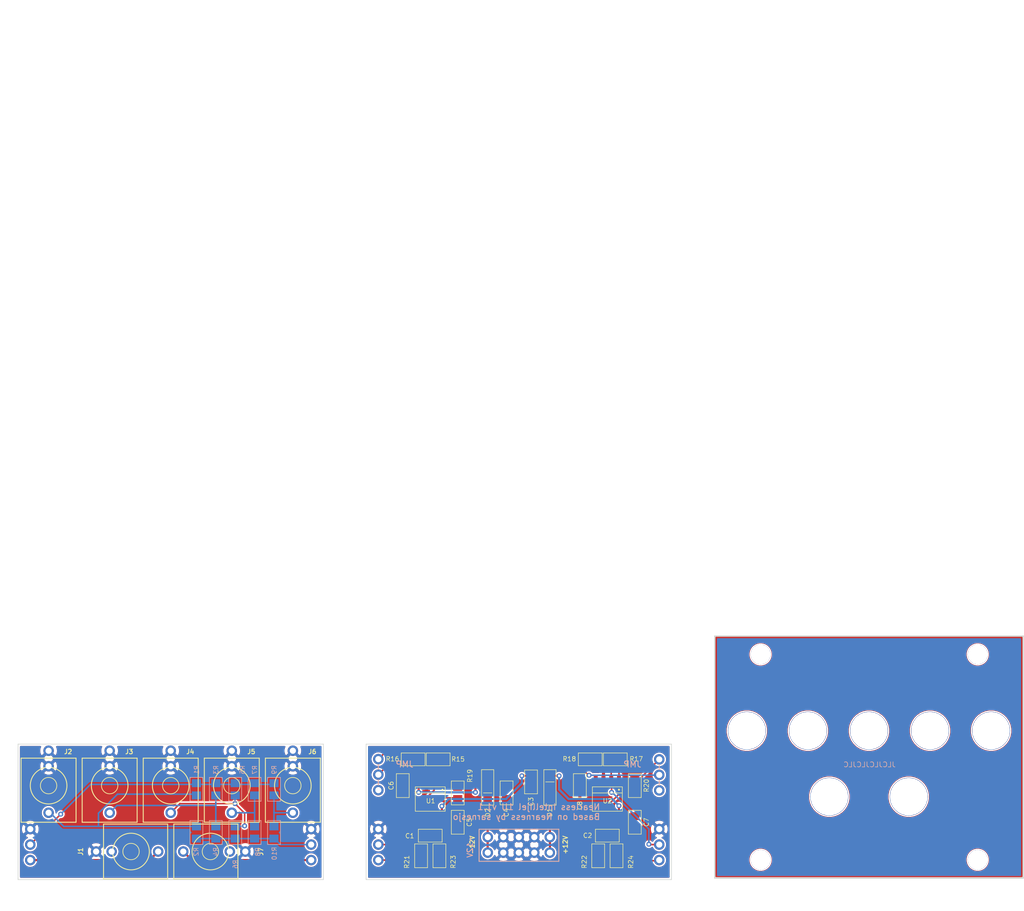
<source format=kicad_pcb>
(kicad_pcb (version 20171130) (host pcbnew "(5.1.8)-1")
  (layers (0 F.Cu signal) (31 B.Cu signal) (34 B.Paste user) (35 F.Paste user) (36 B.SilkS user) (37 F.SilkS user) (38 B.Mask user) (39 F.Mask user) (44 Edge.Cuts user))
  (net 0 "")
  (net 1 "Net-(C1-Pad2)")
  (net 2 "Net-(C1-Pad1)")
  (net 3 "Net-(C2-Pad2)")
  (net 4 "Net-(C2-Pad1)")
  (net 5 GND)
  (net 6 +12V)
  (net 7 -12V)
  (net 8 "Net-(D1-Pad2)")
  (net 9 "Net-(D2-Pad1)")
  (net 10 "Net-(J1-Pad3)")
  (net 11 "Net-(J1-Pad2)")
  (net 12 "Net-(J2-Pad3)")
  (net 13 "Net-(J3-Pad3)")
  (net 14 "Net-(J4-Pad3)")
  (net 15 "Net-(J5-Pad3)")
  (net 16 "Net-(J6-Pad3)")
  (net 17 "Net-(J7-Pad3)")
  (net 18 "Net-(J7-Pad2)")
  (net 19 "Net-(P5-Pad3)")
  (net 20 "Net-(P5-Pad2)")
  (net 21 "Net-(P5-Pad1)")
  (net 22 "Net-(P6-Pad3)")
  (net 23 "Net-(P6-Pad2)")
  (net 24 "Net-(P6-Pad1)")
  (net 25 "Net-(P8-Pad2)")
  (net 26 "Net-(P9-Pad1)")
  (net 27 "Net-(P9-Pad2)")
  (net 28 "Net-(P10-Pad2)")
  (net 29 "Net-(P11-Pad2)")
  (net 30 "Net-(P11-Pad3)")
  (module nearness:MountingHole_6.2mm (layer F.Cu) (at 179.85 37.8)
    (fp_text reference JACK hide)
    (fp_text value MonoJackHole)
    (pad "" np_thru_hole circle (at 0 0) (size 6.2 6.2) (drill 6.1) (layers *.Cu *.Mask))
  )
  (module nearness:MountingHole_6.2mm (layer F.Cu) (at 189.85 37.8)
    (fp_text reference JACK hide)
    (fp_text value MonoJackHole)
    (pad "" np_thru_hole circle (at 0 0) (size 6.2 6.2) (drill 6.1) (layers *.Cu *.Mask))
  )
  (module nearness:MountingHole_6.2mm (layer F.Cu) (at 186.355 48.615)
    (fp_text reference JACK hide)
    (fp_text value MonoJackHole)
    (pad "" np_thru_hole circle (at 0 0) (size 6.2 6.2) (drill 6.1) (layers *.Cu *.Mask))
  )
  (module nearness:MountingHole_3.2mm (layer F.Cu) (at 197.65 25.3)
    (fp_text reference MNT hide)
    (fp_text value PanelMountingHole)
    (pad "" np_thru_hole circle (at 0 0) (size 3.22 3.22) (drill 3.21) (layers *.Cu *.Mask))
  )
  (module nearness:MountingHole_3.2mm (layer F.Cu) (at 162.1 25.3)
    (fp_text reference MNT hide)
    (fp_text value PanelMountingHole)
    (pad "" np_thru_hole circle (at 0 0) (size 3.22 3.22) (drill 3.21) (layers *.Cu *.Mask))
  )
  (module nearness:MountingHole_6.2mm (layer F.Cu) (at 159.85 37.8)
    (fp_text reference JACK hide)
    (fp_text value MonoJackHole)
    (pad "" np_thru_hole circle (at 0 0) (size 6.2 6.2) (drill 6.1) (layers *.Cu *.Mask))
  )
  (module nearness:MountingHole_6.2mm (layer F.Cu) (at 173.355 48.615)
    (fp_text reference JACK hide)
    (fp_text value MonoJackHole)
    (pad "" np_thru_hole circle (at 0 0) (size 6.2 6.2) (drill 6.1) (layers *.Cu *.Mask))
  )
  (module nearness:MountingHole_6.2mm (layer F.Cu) (at 169.85 37.8)
    (fp_text reference JACK hide)
    (fp_text value MonoJackHole)
    (pad "" np_thru_hole circle (at 0 0) (size 6.2 6.2) (drill 6.1) (layers *.Cu *.Mask))
  )
  (module nearness:MountingHole_3.2mm (layer F.Cu) (at 197.65 58.95)
    (fp_text reference MNT hide)
    (fp_text value PanelMountingHole)
    (pad "" np_thru_hole circle (at 0 0) (size 3.22 3.22) (drill 3.21) (layers *.Cu *.Mask))
  )
  (module nearness:MountingHole_6.2mm (layer F.Cu) (at 199.85 37.8)
    (fp_text reference JACK hide)
    (fp_text value MonoJackHole)
    (pad "" np_thru_hole circle (at 0 0) (size 6.2 6.2) (drill 6.1) (layers *.Cu *.Mask))
  )
  (module nearness:MountingHole_3.2mm (layer F.Cu) (at 162.1 58.95)
    (fp_text reference MNT hide)
    (fp_text value PanelMountingHole)
    (pad "" np_thru_hole circle (at 0 0) (size 3.22 3.22) (drill 3.21) (layers *.Cu *.Mask))
  )
  (module "" (layer F.Cu) (at 113.6 56.8 90)
    (fp_text reference "" (at 138.5 58.3 90) (layer F.SilkS) (effects (font (size 0.75 0.75))))
    (fp_text value "" (at 138.5 58.3 90) (layer F.SilkS) (effects (font (size 0.75 0.75))))
    (fp_text user -12V (at 0 0.9 -90) (layer B.SilkS) (effects (font (size 0.9 0.9)) (justify mirror)))
  )
  (module nearness:0805 (layer F.Cu) (at 138.5 58.3 270)
    (fp_text reference R24 (at 1 -2.35 90) (layer F.SilkS) (effects (font (size 0.75 0.75) (thickness 0.1))))
    (fp_text value 1k)
    (pad 2 smd rect (at 1 0 270) (size 1.3 1.5) (layers F.Cu F.Paste F.Mask) (net 26 "Net-(P9-Pad1)"))
    (pad 1 smd rect (at -1 0 270) (size 1.3 1.5) (layers F.Cu F.Paste F.Mask) (net 3 "Net-(C2-Pad2)"))
  )
  (module nearness:0805 (layer F.Cu) (at 109.5 58.3 270)
    (fp_text reference R23 (at 1 -2.26 90) (layer F.SilkS) (effects (font (size 0.75 0.75) (thickness 0.1))))
    (fp_text value 1k)
    (pad 2 smd rect (at 1 0 270) (size 1.3 1.5) (layers F.Cu F.Paste F.Mask) (net 30 "Net-(P11-Pad3)"))
    (pad 1 smd rect (at -1 0 270) (size 1.3 1.5) (layers F.Cu F.Paste F.Mask) (net 1 "Net-(C1-Pad2)"))
  )
  (module nearness:0805 (layer F.Cu) (at 135.5 58.3 270)
    (fp_text reference R22 (at 1 2.27 90) (layer F.SilkS) (effects (font (size 0.75 0.75) (thickness 0.1))))
    (fp_text value 100k)
    (pad 2 smd rect (at 1 0 270) (size 1.3 1.5) (layers F.Cu F.Paste F.Mask) (net 26 "Net-(P9-Pad1)"))
    (pad 1 smd rect (at -1 0 270) (size 1.3 1.5) (layers F.Cu F.Paste F.Mask) (net 4 "Net-(C2-Pad1)"))
  )
  (module nearness:0805 (layer F.Cu) (at 106.5 58.3 270)
    (fp_text reference R21 (at 1 2.33 90) (layer F.SilkS) (effects (font (size 0.75 0.75) (thickness 0.1))))
    (fp_text value 100k)
    (pad 2 smd rect (at 1 0 270) (size 1.3 1.5) (layers F.Cu F.Paste F.Mask) (net 30 "Net-(P11-Pad3)"))
    (pad 1 smd rect (at -1 0 270) (size 1.3 1.5) (layers F.Cu F.Paste F.Mask) (net 2 "Net-(C1-Pad1)"))
  )
  (module nearness:0805 (layer F.Cu) (at 141.5 46.8 270)
    (fp_text reference R20 (at 0 -1.905 90) (layer F.SilkS) (effects (font (size 0.75 0.75) (thickness 0.1))))
    (fp_text value 100k)
    (pad 2 smd rect (at 1 0 270) (size 1.3 1.5) (layers F.Cu F.Paste F.Mask) (net 4 "Net-(C2-Pad1)"))
    (pad 1 smd rect (at -1 0 270) (size 1.3 1.5) (layers F.Cu F.Paste F.Mask) (net 24 "Net-(P6-Pad1)"))
  )
  (module nearness:0805 (layer F.Cu) (at 112.5 48 270)
    (fp_text reference R19 (at -2.8 -2 90) (layer F.SilkS) (effects (font (size 0.75 0.75) (thickness 0.1))))
    (fp_text value 100k)
    (pad 2 smd rect (at 1 0 270) (size 1.3 1.5) (layers F.Cu F.Paste F.Mask) (net 2 "Net-(C1-Pad1)"))
    (pad 1 smd rect (at -1 0 270) (size 1.3 1.5) (layers F.Cu F.Paste F.Mask) (net 21 "Net-(P5-Pad1)"))
  )
  (module nearness:0805 (layer F.Cu) (at 134.2 42.5 180)
    (fp_text reference R18 (at 3.42 0.07) (layer F.SilkS) (effects (font (size 0.75 0.75) (thickness 0.1))))
    (fp_text value 100k)
    (pad 2 smd rect (at 1 0 180) (size 1.3 1.5) (layers F.Cu F.Paste F.Mask) (net 23 "Net-(P6-Pad2)"))
    (pad 1 smd rect (at -1 0 180) (size 1.3 1.5) (layers F.Cu F.Paste F.Mask) (net 27 "Net-(P9-Pad2)"))
  )
  (module nearness:0805 (layer F.Cu) (at 138.3 42.5)
    (fp_text reference R17 (at 3.44 -0.07) (layer F.SilkS) (effects (font (size 0.75 0.75) (thickness 0.1))))
    (fp_text value 100k)
    (pad 2 smd rect (at 1 0) (size 1.3 1.5) (layers F.Cu F.Paste F.Mask) (net 24 "Net-(P6-Pad1)"))
    (pad 1 smd rect (at -1 0) (size 1.3 1.5) (layers F.Cu F.Paste F.Mask) (net 27 "Net-(P9-Pad2)"))
  )
  (module nearness:0805 (layer F.Cu) (at 105.2 42.5 180)
    (fp_text reference R16 (at 3.38 0.07) (layer F.SilkS) (effects (font (size 0.75 0.75) (thickness 0.1))))
    (fp_text value 100k)
    (pad 2 smd rect (at 1 0 180) (size 1.3 1.5) (layers F.Cu F.Paste F.Mask) (net 20 "Net-(P5-Pad2)"))
    (pad 1 smd rect (at -1 0 180) (size 1.3 1.5) (layers F.Cu F.Paste F.Mask) (net 29 "Net-(P11-Pad2)"))
  )
  (module nearness:0805 (layer F.Cu) (at 109.3 42.5)
    (fp_text reference R15 (at 3.25 -0.03) (layer F.SilkS) (effects (font (size 0.75 0.75) (thickness 0.1))))
    (fp_text value 100k)
    (pad 2 smd rect (at 1 0) (size 1.3 1.5) (layers F.Cu F.Paste F.Mask) (net 21 "Net-(P5-Pad1)"))
    (pad 1 smd rect (at -1 0) (size 1.3 1.5) (layers F.Cu F.Paste F.Mask) (net 29 "Net-(P11-Pad2)"))
  )
  (module nearness:0805 (layer B.Cu) (at 82.41 54.48 270)
    (fp_text reference R10 (at 3.44 -0.06 90) (layer B.SilkS) (effects (font (size 0.75 0.75) (thickness 0.1)) (justify mirror)))
    (fp_text value 100k)
    (pad 2 smd rect (at 1 0 270) (size 1.3 1.5) (layers B.Cu B.Paste B.Mask) (net 25 "Net-(P8-Pad2)"))
    (pad 1 smd rect (at -1 0 270) (size 1.3 1.5) (layers B.Cu B.Paste B.Mask) (net 16 "Net-(J6-Pad3)"))
  )
  (module nearness:0805 (layer B.Cu) (at 82.41 47.4 90)
    (fp_text reference R9 (at 3.19 0.035 90) (layer B.SilkS) (effects (font (size 0.75 0.75) (thickness 0.1)) (justify mirror)))
    (fp_text value 1M67)
    (pad 2 smd rect (at 1 0 90) (size 1.3 1.5) (layers B.Cu B.Paste B.Mask) (net 28 "Net-(P10-Pad2)"))
    (pad 1 smd rect (at -1 0 90) (size 1.3 1.5) (layers B.Cu B.Paste B.Mask) (net 16 "Net-(J6-Pad3)"))
  )
  (module nearness:0805 (layer B.Cu) (at 79.235 54.48 270)
    (fp_text reference R8 (at 3.154286 -0.545 90) (layer B.SilkS) (effects (font (size 0.75 0.75) (thickness 0.1)) (justify mirror)))
    (fp_text value 100k)
    (pad 2 smd rect (at 1 0 270) (size 1.3 1.5) (layers B.Cu B.Paste B.Mask) (net 25 "Net-(P8-Pad2)"))
    (pad 1 smd rect (at -1 0 270) (size 1.3 1.5) (layers B.Cu B.Paste B.Mask) (net 15 "Net-(J5-Pad3)"))
  )
  (module nearness:0805 (layer B.Cu) (at 79.235 47.4 90)
    (fp_text reference R7 (at 3.19 0.035 90) (layer B.SilkS) (effects (font (size 0.75 0.75) (thickness 0.1)) (justify mirror)))
    (fp_text value 350k)
    (pad 2 smd rect (at 1 0 90) (size 1.3 1.5) (layers B.Cu B.Paste B.Mask) (net 28 "Net-(P10-Pad2)"))
    (pad 1 smd rect (at -1 0 90) (size 1.3 1.5) (layers B.Cu B.Paste B.Mask) (net 15 "Net-(J5-Pad3)"))
  )
  (module nearness:0805 (layer B.Cu) (at 76.06 54.48 270)
    (fp_text reference R6 (at 5.2 -0.04 90) (layer B.SilkS) (effects (font (size 0.75 0.75) (thickness 0.1)) (justify mirror)))
    (fp_text value 141k)
    (pad 2 smd rect (at 1 0 270) (size 1.3 1.5) (layers B.Cu B.Paste B.Mask) (net 25 "Net-(P8-Pad2)"))
    (pad 1 smd rect (at -1 0 270) (size 1.3 1.5) (layers B.Cu B.Paste B.Mask) (net 14 "Net-(J4-Pad3)"))
  )
  (module nearness:0805 (layer B.Cu) (at 76.06 47.4 90)
    (fp_text reference R5 (at 3.19 1.18 90) (layer B.SilkS) (effects (font (size 0.75 0.75) (thickness 0.1)) (justify mirror)))
    (fp_text value 141k)
    (pad 2 smd rect (at 1 0 90) (size 1.3 1.5) (layers B.Cu B.Paste B.Mask) (net 28 "Net-(P10-Pad2)"))
    (pad 1 smd rect (at -1 0 90) (size 1.3 1.5) (layers B.Cu B.Paste B.Mask) (net 14 "Net-(J4-Pad3)"))
  )
  (module nearness:0805 (layer B.Cu) (at 72.885 54.48 270)
    (fp_text reference R4 (at 3.154286 -0.005 90) (layer B.SilkS) (effects (font (size 0.75 0.75) (thickness 0.1)) (justify mirror)))
    (fp_text value 350k)
    (pad 2 smd rect (at 1 0 270) (size 1.3 1.5) (layers B.Cu B.Paste B.Mask) (net 25 "Net-(P8-Pad2)"))
    (pad 1 smd rect (at -1 0 270) (size 1.3 1.5) (layers B.Cu B.Paste B.Mask) (net 13 "Net-(J3-Pad3)"))
  )
  (module nearness:0805 (layer B.Cu) (at 72.885 47.4 90)
    (fp_text reference R3 (at 3.19 0.035 90) (layer B.SilkS) (effects (font (size 0.75 0.75) (thickness 0.1)) (justify mirror)))
    (fp_text value 100k)
    (pad 2 smd rect (at 1 0 90) (size 1.3 1.5) (layers B.Cu B.Paste B.Mask) (net 28 "Net-(P10-Pad2)"))
    (pad 1 smd rect (at -1 0 90) (size 1.3 1.5) (layers B.Cu B.Paste B.Mask) (net 13 "Net-(J3-Pad3)"))
  )
  (module nearness:0805 (layer B.Cu) (at 69.71 54.48 270)
    (fp_text reference R2 (at 3.154286 0.05 90) (layer B.SilkS) (effects (font (size 0.75 0.75) (thickness 0.1)) (justify mirror)))
    (fp_text value 1M67)
    (pad 2 smd rect (at 1 0 270) (size 1.3 1.5) (layers B.Cu B.Paste B.Mask) (net 25 "Net-(P8-Pad2)"))
    (pad 1 smd rect (at -1 0 270) (size 1.3 1.5) (layers B.Cu B.Paste B.Mask) (net 12 "Net-(J2-Pad3)"))
  )
  (module nearness:0805 (layer B.Cu) (at 69.71 47.4 90)
    (fp_text reference R1 (at 3.19 0.035 90) (layer B.SilkS) (effects (font (size 0.75 0.75) (thickness 0.1)) (justify mirror)))
    (fp_text value 100k)
    (pad 2 smd rect (at 1 0 90) (size 1.3 1.5) (layers B.Cu B.Paste B.Mask) (net 28 "Net-(P10-Pad2)"))
    (pad 1 smd rect (at -1 0 90) (size 1.3 1.5) (layers B.Cu B.Paste B.Mask) (net 12 "Net-(J2-Pad3)"))
  )
  (module nearness:0805 (layer F.Cu) (at 132.5 46.8 90)
    (fp_text reference C8 (at -3.26 0 90) (layer F.SilkS) (effects (font (size 0.75 0.75) (thickness 0.1))))
    (fp_text value 100n)
    (pad 2 smd rect (at 1 0 90) (size 1.3 1.5) (layers F.Cu F.Paste F.Mask) (net 7 -12V))
    (pad 1 smd rect (at -1 0 90) (size 1.3 1.5) (layers F.Cu F.Paste F.Mask) (net 5 GND))
  )
  (module nearness:0805 (layer F.Cu) (at 141.5 52.8 270)
    (fp_text reference C7 (at 0 -1.905 90) (layer F.SilkS) (effects (font (size 0.75 0.75) (thickness 0.1))))
    (fp_text value 100n)
    (pad 2 smd rect (at 1 0 270) (size 1.3 1.5) (layers F.Cu F.Paste F.Mask) (net 5 GND))
    (pad 1 smd rect (at -1 0 270) (size 1.3 1.5) (layers F.Cu F.Paste F.Mask) (net 6 +12V))
  )
  (module nearness:0805 (layer F.Cu) (at 103.5 46.8 90)
    (fp_text reference C6 (at 0 -1.905 90) (layer F.SilkS) (effects (font (size 0.75 0.75) (thickness 0.1))))
    (fp_text value 100n)
    (pad 2 smd rect (at 1 0 90) (size 1.3 1.5) (layers F.Cu F.Paste F.Mask) (net 7 -12V))
    (pad 1 smd rect (at -1 0 90) (size 1.3 1.5) (layers F.Cu F.Paste F.Mask) (net 5 GND))
  )
  (module nearness:0805 (layer F.Cu) (at 112.5 52.8 270)
    (fp_text reference C5 (at 0 -1.905 90) (layer F.SilkS) (effects (font (size 0.75 0.75) (thickness 0.1))))
    (fp_text value 100n)
    (pad 2 smd rect (at 1 0 270) (size 1.3 1.5) (layers F.Cu F.Paste F.Mask) (net 5 GND))
    (pad 1 smd rect (at -1 0 270) (size 1.3 1.5) (layers F.Cu F.Paste F.Mask) (net 6 +12V))
  )
  (module nearness:0805 (layer F.Cu) (at 137 55)
    (fp_text reference C2 (at -3.23 -0.02) (layer F.SilkS) (effects (font (size 0.75 0.75) (thickness 0.1))))
    (fp_text value 22p)
    (pad 2 smd rect (at 1 0) (size 1.3 1.5) (layers F.Cu F.Paste F.Mask) (net 3 "Net-(C2-Pad2)"))
    (pad 1 smd rect (at -1 0) (size 1.3 1.5) (layers F.Cu F.Paste F.Mask) (net 4 "Net-(C2-Pad1)"))
  )
  (module nearness:0805 (layer F.Cu) (at 108 55)
    (fp_text reference C1 (at -3.36 0.04) (layer F.SilkS) (effects (font (size 0.75 0.75) (thickness 0.1))))
    (fp_text value 22p)
    (pad 2 smd rect (at 1 0) (size 1.3 1.5) (layers F.Cu F.Paste F.Mask) (net 1 "Net-(C1-Pad2)"))
    (pad 1 smd rect (at -1 0) (size 1.3 1.5) (layers F.Cu F.Paste F.Mask) (net 2 "Net-(C1-Pad1)"))
  )
  (module nearness:PJ301M12 (layer F.Cu) (at 45.5 46.8 180)
    (fp_text reference J2 (at -3.2 5.555) (layer F.SilkS) (effects (font (size 0.75 0.75))))
    (fp_text value PJ301M12)
    (pad 3 thru_hole circle (at 0 -4.445 180) (size 1.7272 1.7272) (drill 1.016) (layers *.Cu *.Mask) (net 12 "Net-(J2-Pad3)"))
    (pad 2 thru_hole circle (at 0 3.175 180) (size 1.7272 1.7272) (drill 1.016) (layers *.Cu *.Mask) (net 5 GND))
    (pad 1 thru_hole circle (at 0 5.715 180) (size 1.7272 1.7272) (drill 1.016) (layers *.Cu *.Mask) (net 5 GND))
  )
  (module nearness:PJ301M12 (layer F.Cu) (at 85.5 46.8 180)
    (fp_text reference J6 (at -3.2 5.555) (layer F.SilkS) (effects (font (size 0.75 0.75))))
    (fp_text value PJ301M12)
    (pad 3 thru_hole circle (at 0 -4.445 180) (size 1.7272 1.7272) (drill 1.016) (layers *.Cu *.Mask) (net 16 "Net-(J6-Pad3)"))
    (pad 2 thru_hole circle (at 0 3.175 180) (size 1.7272 1.7272) (drill 1.016) (layers *.Cu *.Mask) (net 5 GND))
    (pad 1 thru_hole circle (at 0 5.715 180) (size 1.7272 1.7272) (drill 1.016) (layers *.Cu *.Mask) (net 5 GND))
  )
  (module nearness:Eurorack_2x5 (layer F.Cu) (at 122.5 56.51 270)
    (fp_text reference P7 hide)
    (fp_text value CONN_01X03)
    (fp_text user +12V (at 0 -7.62 90) (layer F.SilkS) (effects (font (size 0.75 0.75))))
    (fp_text user -12V (at 0 7.62 90) (layer F.SilkS) (effects (font (size 0.75 0.75))))
    (pad 1 thru_hole circle (at 1.27 5.08 270) (size 1.7272 1.7272) (drill 1.016) (layers *.Cu *.Mask) (net 9 "Net-(D2-Pad1)"))
    (pad 1 thru_hole circle (at -1.27 5.08 270) (size 1.7272 1.7272) (drill 1.016) (layers *.Cu *.Mask) (net 9 "Net-(D2-Pad1)"))
    (pad 2 thru_hole circle (at 1.27 2.54 270) (size 1.7272 1.7272) (drill 1.016) (layers *.Cu *.Mask) (net 5 GND))
    (pad 2 thru_hole circle (at -1.27 2.54 270) (size 1.7272 1.7272) (drill 1.016) (layers *.Cu *.Mask) (net 5 GND))
    (pad 2 thru_hole circle (at 1.27 0 270) (size 1.7272 1.7272) (drill 1.016) (layers *.Cu *.Mask) (net 5 GND))
    (pad 2 thru_hole circle (at -1.27 0 270) (size 1.7272 1.7272) (drill 1.016) (layers *.Cu *.Mask) (net 5 GND))
    (pad 2 thru_hole circle (at 1.27 -2.54 270) (size 1.7272 1.7272) (drill 1.016) (layers *.Cu *.Mask) (net 5 GND))
    (pad 2 thru_hole circle (at -1.27 -2.54 270) (size 1.7272 1.7272) (drill 1.016) (layers *.Cu *.Mask) (net 5 GND))
    (pad 3 thru_hole circle (at 1.27 -5.08 270) (size 1.7272 1.7272) (drill 1.016) (layers *.Cu *.Mask) (net 8 "Net-(D1-Pad2)"))
    (pad 3 thru_hole circle (at -1.27 -5.08 270) (size 1.7272 1.7272) (drill 1.016) (layers *.Cu *.Mask) (net 8 "Net-(D1-Pad2)"))
  )
  (module nearness:Pin_1x3 (layer F.Cu) (at 99.5 56.46)
    (fp_text reference P11 hide)
    (fp_text value CONN_01X03)
    (pad 3 thru_hole circle (at 0 2.54) (size 1.7272 1.7272) (drill 1.016) (layers *.Cu *.Mask) (net 30 "Net-(P11-Pad3)"))
    (pad 2 thru_hole circle (at 0 0) (size 1.7272 1.7272) (drill 1.016) (layers *.Cu *.Mask) (net 29 "Net-(P11-Pad2)"))
    (pad 1 thru_hole circle (at 0 -2.54) (size 1.7272 1.7272) (drill 1.016) (layers *.Cu *.Mask) (net 5 GND))
  )
  (module nearness:Pin_1x3 (layer F.Cu) (at 145.5 56.46 180)
    (fp_text reference P9 hide)
    (fp_text value CONN_01X03)
    (pad 3 thru_hole circle (at 0 2.54 180) (size 1.7272 1.7272) (drill 1.016) (layers *.Cu *.Mask) (net 5 GND))
    (pad 2 thru_hole circle (at 0 0 180) (size 1.7272 1.7272) (drill 1.016) (layers *.Cu *.Mask) (net 27 "Net-(P9-Pad2)"))
    (pad 1 thru_hole circle (at 0 -2.54 180) (size 1.7272 1.7272) (drill 1.016) (layers *.Cu *.Mask) (net 26 "Net-(P9-Pad1)"))
  )
  (module nearness:SOIC-8 (layer F.Cu) (at 137 49 180)
    (fp_text reference U2 (at -0.01 -0.31) (layer F.SilkS) (effects (font (size 0.75 0.75) (thickness 0.1))))
    (fp_text value LME49720)
    (pad 8 smd rect (at -1.905 -3 180) (size 0.65 2) (layers F.Cu F.Paste F.Mask) (net 6 +12V))
    (pad 7 smd rect (at -0.635 -3 180) (size 0.65 2) (layers F.Cu F.Paste F.Mask) (net 3 "Net-(C2-Pad2)"))
    (pad 6 smd rect (at 0.635 -3 180) (size 0.65 2) (layers F.Cu F.Paste F.Mask) (net 4 "Net-(C2-Pad1)"))
    (pad 5 smd rect (at 1.905 -3 180) (size 0.65 2) (layers F.Cu F.Paste F.Mask) (net 5 GND))
    (pad 4 smd rect (at 1.905 3 180) (size 0.65 2) (layers F.Cu F.Paste F.Mask) (net 7 -12V))
    (pad 3 smd rect (at 0.635 3 180) (size 0.65 2) (layers F.Cu F.Paste F.Mask) (net 5 GND))
    (pad 2 smd rect (at -0.635 3 180) (size 0.65 2) (layers F.Cu F.Paste F.Mask) (net 27 "Net-(P9-Pad2)"))
    (pad 1 smd rect (at -1.905 3 180) (size 0.65 2) (layers F.Cu F.Paste F.Mask) (net 24 "Net-(P6-Pad1)"))
  )
  (module nearness:SOIC-8 (layer F.Cu) (at 108 49 180)
    (fp_text reference U1 (at -0.07 -0.31) (layer F.SilkS) (effects (font (size 0.75 0.75) (thickness 0.1))))
    (fp_text value LME49720)
    (pad 8 smd rect (at -1.905 -3 180) (size 0.65 2) (layers F.Cu F.Paste F.Mask) (net 6 +12V))
    (pad 7 smd rect (at -0.635 -3 180) (size 0.65 2) (layers F.Cu F.Paste F.Mask) (net 1 "Net-(C1-Pad2)"))
    (pad 6 smd rect (at 0.635 -3 180) (size 0.65 2) (layers F.Cu F.Paste F.Mask) (net 2 "Net-(C1-Pad1)"))
    (pad 5 smd rect (at 1.905 -3 180) (size 0.65 2) (layers F.Cu F.Paste F.Mask) (net 5 GND))
    (pad 4 smd rect (at 1.905 3 180) (size 0.65 2) (layers F.Cu F.Paste F.Mask) (net 7 -12V))
    (pad 3 smd rect (at 0.635 3 180) (size 0.65 2) (layers F.Cu F.Paste F.Mask) (net 5 GND))
    (pad 2 smd rect (at -0.635 3 180) (size 0.65 2) (layers F.Cu F.Paste F.Mask) (net 29 "Net-(P11-Pad2)"))
    (pad 1 smd rect (at -1.905 3 180) (size 0.65 2) (layers F.Cu F.Paste F.Mask) (net 21 "Net-(P5-Pad1)"))
  )
  (module nearness:Pin_1x3 (layer F.Cu) (at 42.5 56.46 180)
    (fp_text reference P10 hide)
    (fp_text value CONN_01X03)
    (pad 3 thru_hole circle (at 0 2.54 180) (size 1.7272 1.7272) (drill 1.016) (layers *.Cu *.Mask) (net 5 GND))
    (pad 2 thru_hole circle (at 0 0 180) (size 1.7272 1.7272) (drill 1.016) (layers *.Cu *.Mask) (net 28 "Net-(P10-Pad2)"))
    (pad 1 thru_hole circle (at 0 -2.54 180) (size 1.7272 1.7272) (drill 1.016) (layers *.Cu *.Mask) (net 10 "Net-(J1-Pad3)"))
  )
  (module nearness:Pin_1x3 (layer F.Cu) (at 88.5 56.46)
    (fp_text reference P8 hide)
    (fp_text value CONN_01X03)
    (pad 3 thru_hole circle (at 0 2.54) (size 1.7272 1.7272) (drill 1.016) (layers *.Cu *.Mask) (net 17 "Net-(J7-Pad3)"))
    (pad 2 thru_hole circle (at 0 0) (size 1.7272 1.7272) (drill 1.016) (layers *.Cu *.Mask) (net 25 "Net-(P8-Pad2)"))
    (pad 1 thru_hole circle (at 0 -2.54) (size 1.7272 1.7272) (drill 1.016) (layers *.Cu *.Mask) (net 5 GND))
  )
  (module nearness:Pin_1x3 (layer F.Cu) (at 145.5 45.04)
    (fp_text reference P6 hide)
    (fp_text value CONN_01X03)
    (pad 3 thru_hole circle (at 0 2.54) (size 1.7272 1.7272) (drill 1.016) (layers *.Cu *.Mask) (net 22 "Net-(P6-Pad3)"))
    (pad 2 thru_hole circle (at 0 0) (size 1.7272 1.7272) (drill 1.016) (layers *.Cu *.Mask) (net 23 "Net-(P6-Pad2)"))
    (pad 1 thru_hole circle (at 0 -2.54) (size 1.7272 1.7272) (drill 1.016) (layers *.Cu *.Mask) (net 24 "Net-(P6-Pad1)"))
  )
  (module nearness:Pin_1x3 (layer F.Cu) (at 99.5 45)
    (fp_text reference P5 hide)
    (fp_text value CONN_01X03)
    (pad 3 thru_hole circle (at 0 2.54) (size 1.7272 1.7272) (drill 1.016) (layers *.Cu *.Mask) (net 19 "Net-(P5-Pad3)"))
    (pad 2 thru_hole circle (at 0 0) (size 1.7272 1.7272) (drill 1.016) (layers *.Cu *.Mask) (net 20 "Net-(P5-Pad2)"))
    (pad 1 thru_hole circle (at 0 -2.54) (size 1.7272 1.7272) (drill 1.016) (layers *.Cu *.Mask) (net 21 "Net-(P5-Pad1)"))
  )
  (module nearness:PJ301M12 (layer F.Cu) (at 72 57.6 90)
    (fp_text reference J7 (at 0 8.255 90) (layer F.SilkS) (effects (font (size 0.75 0.75))))
    (fp_text value PJ301M12)
    (pad 3 thru_hole circle (at 0 -4.445 90) (size 1.7272 1.7272) (drill 1.016) (layers *.Cu *.Mask) (net 17 "Net-(J7-Pad3)"))
    (pad 2 thru_hole circle (at 0 3.175 90) (size 1.7272 1.7272) (drill 1.016) (layers *.Cu *.Mask) (net 18 "Net-(J7-Pad2)"))
    (pad 1 thru_hole circle (at 0 5.715 90) (size 1.7272 1.7272) (drill 1.016) (layers *.Cu *.Mask) (net 5 GND))
  )
  (module nearness:PJ301M12 (layer F.Cu) (at 75.5 46.8 180)
    (fp_text reference J5 (at -3.2 5.555) (layer F.SilkS) (effects (font (size 0.75 0.75))))
    (fp_text value PJ301M12)
    (pad 3 thru_hole circle (at 0 -4.445 180) (size 1.7272 1.7272) (drill 1.016) (layers *.Cu *.Mask) (net 15 "Net-(J5-Pad3)"))
    (pad 2 thru_hole circle (at 0 3.175 180) (size 1.7272 1.7272) (drill 1.016) (layers *.Cu *.Mask) (net 5 GND))
    (pad 1 thru_hole circle (at 0 5.715 180) (size 1.7272 1.7272) (drill 1.016) (layers *.Cu *.Mask) (net 5 GND))
  )
  (module nearness:PJ301M12 (layer F.Cu) (at 65.5 46.8 180)
    (fp_text reference J4 (at -3.2 5.555) (layer F.SilkS) (effects (font (size 0.75 0.75))))
    (fp_text value PJ301M12)
    (pad 3 thru_hole circle (at 0 -4.445 180) (size 1.7272 1.7272) (drill 1.016) (layers *.Cu *.Mask) (net 14 "Net-(J4-Pad3)"))
    (pad 2 thru_hole circle (at 0 3.175 180) (size 1.7272 1.7272) (drill 1.016) (layers *.Cu *.Mask) (net 5 GND))
    (pad 1 thru_hole circle (at 0 5.715 180) (size 1.7272 1.7272) (drill 1.016) (layers *.Cu *.Mask) (net 5 GND))
  )
  (module nearness:PJ301M12 (layer F.Cu) (at 55.5 46.8 180)
    (fp_text reference J3 (at -3.2 5.555) (layer F.SilkS) (effects (font (size 0.75 0.75))))
    (fp_text value PJ301M12)
    (pad 3 thru_hole circle (at 0 -4.445 180) (size 1.7272 1.7272) (drill 1.016) (layers *.Cu *.Mask) (net 13 "Net-(J3-Pad3)"))
    (pad 2 thru_hole circle (at 0 3.175 180) (size 1.7272 1.7272) (drill 1.016) (layers *.Cu *.Mask) (net 5 GND))
    (pad 1 thru_hole circle (at 0 5.715 180) (size 1.7272 1.7272) (drill 1.016) (layers *.Cu *.Mask) (net 5 GND))
  )
  (module nearness:PJ301M12 (layer F.Cu) (at 59 57.6 270)
    (fp_text reference J1 (at 0 8.255 90) (layer F.SilkS) (effects (font (size 0.75 0.75))))
    (fp_text value PJ301M12)
    (pad 3 thru_hole circle (at 0 -4.445 270) (size 1.7272 1.7272) (drill 1.016) (layers *.Cu *.Mask) (net 10 "Net-(J1-Pad3)"))
    (pad 2 thru_hole circle (at 0 3.175 270) (size 1.7272 1.7272) (drill 1.016) (layers *.Cu *.Mask) (net 11 "Net-(J1-Pad2)"))
    (pad 1 thru_hole circle (at 0 5.715 270) (size 1.7272 1.7272) (drill 1.016) (layers *.Cu *.Mask) (net 5 GND))
  )
  (module nearness:SOD-123 (layer F.Cu) (at 117.4 47.09 90)
    (fp_text reference D2 (at -4.14 0.04 90) (layer F.SilkS) (effects (font (size 0.75 0.75) (thickness 0.1))))
    (fp_text value 1N5819HW)
    (pad 2 smd rect (at 1.9 0 90) (size 1.4 1.4) (layers F.Cu F.Paste F.Mask) (net 7 -12V))
    (pad 1 smd rect (at -1.9 0 90) (size 1.4 1.4) (layers F.Cu F.Paste F.Mask) (net 9 "Net-(D2-Pad1)"))
  )
  (module nearness:SOD-123 (layer F.Cu) (at 127.6 47.09 270)
    (fp_text reference D1 (at 4.11 0.03 90) (layer F.SilkS) (effects (font (size 0.75 0.75) (thickness 0.1))))
    (fp_text value 1N5819HW)
    (pad 2 smd rect (at 1.9 0 270) (size 1.4 1.4) (layers F.Cu F.Paste F.Mask) (net 8 "Net-(D1-Pad2)"))
    (pad 1 smd rect (at -1.9 0 270) (size 1.4 1.4) (layers F.Cu F.Paste F.Mask) (net 6 +12V))
  )
  (module nearness:0805 (layer F.Cu) (at 120.5 47.99 90)
    (fp_text reference C4 (at -3.21 -0.04 90) (layer F.SilkS) (effects (font (size 0.75 0.75) (thickness 0.1))))
    (fp_text value 22u)
    (pad 2 smd rect (at 1 0 90) (size 1.3 1.5) (layers F.Cu F.Paste F.Mask) (net 7 -12V))
    (pad 1 smd rect (at -1 0 90) (size 1.3 1.5) (layers F.Cu F.Paste F.Mask) (net 5 GND))
  )
  (module nearness:0805 (layer F.Cu) (at 124.5 46.19 270)
    (fp_text reference C3 (at 3.23 0.01 90) (layer F.SilkS) (effects (font (size 0.75 0.75) (thickness 0.1))))
    (fp_text value 22u)
    (pad 2 smd rect (at 1 0 270) (size 1.3 1.5) (layers F.Cu F.Paste F.Mask) (net 5 GND))
    (pad 1 smd rect (at -1 0 270) (size 1.3 1.5) (layers F.Cu F.Paste F.Mask) (net 6 +12V))
  )
  (gr_text JLCJLCJLCJLC (at 179.95 43.35) (layer B.SilkS) (effects (font (size 0.83 0.83) (thickness 0.1)) (justify mirror)))
  (gr_line (start 154.6 61.95) (end 205.1 61.95) (layer Edge.Cuts) (width 0.2))
  (gr_line (start 154.6 22.3) (end 205.1 22.3) (layer Edge.Cuts) (width 0.2))
  (gr_line (start 205.1 22.3) (end 205.1 61.95) (layer Edge.Cuts) (width 0.2))
  (gr_line (start 154.6 22.3) (end 154.6 61.95) (layer Edge.Cuts) (width 0.2))
  (gr_circle (center 138.9 47.47) (end 138.84 47.41) (layer F.SilkS) (width 0.15))
  (gr_circle (center 110 47.47) (end 109.94 47.41) (layer F.SilkS) (width 0.15))
  (gr_text JMP (at 103.8 43.3) (layer B.SilkS) (effects (font (size 1 1)) (justify mirror)))
  (gr_line (start 99.5 45.85) (end 99.5 46.7) (layer B.SilkS) (width 0.15))
  (gr_line (start 145.5 45.9) (end 145.5 46.75) (layer B.SilkS) (width 0.15))
  (gr_line (start 145.5 43.35) (end 145.5 44.2) (layer B.SilkS) (width 0.15))
  (gr_line (start 99.5 43.35) (end 99.5 44.1) (layer B.SilkS) (width 0.15))
  (gr_line (start 116 59.2) (end 116 53.95) (layer B.SilkS) (width 0.15))
  (gr_line (start 129.05 59.2) (end 116 59.2) (layer B.SilkS) (width 0.15))
  (gr_line (start 129.05 53.95) (end 129.05 59.2) (layer B.SilkS) (width 0.15))
  (gr_line (start 116.05 53.95) (end 129.05 53.95) (layer B.SilkS) (width 0.15))
  (gr_line (start 147.5 62.2) (end 147.5 62) (layer Edge.Cuts) (width 0.1))
  (gr_line (start 97.5 62.2) (end 97.5 62) (layer Edge.Cuts) (width 0.1))
  (gr_line (start 90.5 62.2) (end 90.5 62) (layer Edge.Cuts) (width 0.1))
  (gr_line (start 40.5 62.2) (end 40.5 62) (layer Edge.Cuts) (width 0.1))
  (gr_text JMP (at 141.1 43.3) (layer B.SilkS) (effects (font (size 1 1)) (justify mirror)))
  (gr_text "Nearless Intellijel 1U v1.1\nBased on Nearness by sarnesjo " (at 135.9 51.1) (layer B.SilkS) (effects (font (size 1 1)) (justify left mirror)))
  (gr_line (start 147.5 40) (end 97.5 40) (layer Edge.Cuts) (width 0.1))
  (gr_line (start 147.5 62) (end 147.5 40) (layer Edge.Cuts) (width 0.1))
  (gr_line (start 97.5 62.2) (end 147.5 62.2) (layer Edge.Cuts) (width 0.1))
  (gr_line (start 97.5 40) (end 97.5 62) (layer Edge.Cuts) (width 0.1))
  (gr_line (start 90.5 40) (end 40.5 40) (layer Edge.Cuts) (width 0.1))
  (gr_line (start 90.5 62) (end 90.5 40) (layer Edge.Cuts) (width 0.1))
  (gr_line (start 40.5 62.2) (end 90.5 62.2) (layer Edge.Cuts) (width 0.1))
  (gr_line (start 40.5 40) (end 40.5 62) (layer Edge.Cuts) (width 0.1))
  (segment (start 108.8 52.165) (end 108.635 52) (width 0.254) (layer F.Cu) (net 1))
  (segment (start 108.635 52) (end 108.635 53.335) (width 0.254) (layer F.Cu) (net 1))
  (segment (start 109 53.7) (end 109 55) (width 0.254) (layer F.Cu) (net 1))
  (segment (start 108.635 53.335) (end 109 53.7) (width 0.254) (layer F.Cu) (net 1))
  (segment (start 109 56.8) (end 109.5 57.3) (width 0.254) (layer F.Cu) (net 1))
  (segment (start 109 55) (end 109 56.8) (width 0.254) (layer F.Cu) (net 1))
  (segment (start 107.365 54.835) (end 107.2 55) (width 0.254) (layer F.Cu) (net 2))
  (segment (start 107.365 50.746) (end 107.365 52) (width 0.254) (layer F.Cu) (net 2))
  (segment (start 109.311 48.8) (end 107.365 50.746) (width 0.254) (layer F.Cu) (net 2))
  (segment (start 112.5 48.8) (end 109.311 48.8) (width 0.254) (layer F.Cu) (net 2))
  (segment (start 107.365 52) (end 107.365 53.335) (width 0.254) (layer F.Cu) (net 2))
  (segment (start 107 53.7) (end 107 55) (width 0.254) (layer F.Cu) (net 2))
  (segment (start 107.365 53.335) (end 107 53.7) (width 0.254) (layer F.Cu) (net 2))
  (segment (start 107 56.8) (end 106.5 57.3) (width 0.254) (layer F.Cu) (net 2))
  (segment (start 107 55) (end 107 56.8) (width 0.254) (layer F.Cu) (net 2))
  (segment (start 137.635 52) (end 137.635 51.135) (width 0.254) (layer F.Cu) (net 3))
  (segment (start 137.635 54.835) (end 137.8 55) (width 0.254) (layer F.Cu) (net 3))
  (segment (start 137.635 52) (end 137.635 54.835) (width 0.254) (layer F.Cu) (net 3))
  (segment (start 138 56.8) (end 138.5 57.3) (width 0.254) (layer F.Cu) (net 3))
  (segment (start 138 55) (end 138 56.8) (width 0.254) (layer F.Cu) (net 3))
  (segment (start 139.511 47.6) (end 141.5 47.6) (width 0.254) (layer F.Cu) (net 4))
  (segment (start 136.365 50.746) (end 139.511 47.6) (width 0.254) (layer F.Cu) (net 4))
  (segment (start 136.365 52) (end 136.365 50.746) (width 0.254) (layer F.Cu) (net 4))
  (segment (start 136.365 54.835) (end 136.2 55) (width 0.254) (layer F.Cu) (net 4))
  (segment (start 136.365 52) (end 136.365 54.835) (width 0.254) (layer F.Cu) (net 4))
  (segment (start 136 56.8) (end 135.5 57.3) (width 0.254) (layer F.Cu) (net 4))
  (segment (start 136 55) (end 136 56.8) (width 0.254) (layer F.Cu) (net 4))
  (segment (start 99.595 53.825) (end 99.5 53.92) (width 0.254) (layer F.Cu) (net 5))
  (segment (start 112.3 52) (end 112.5 52.2) (width 0.254) (layer F.Cu) (net 6))
  (segment (start 109.905 52) (end 112.3 52) (width 0.3556) (layer F.Cu) (net 6))
  (segment (start 127.6 45.19) (end 124.5 45.19) (width 0.3556) (layer F.Cu) (net 6))
  (via (at 123 45.19) (size 0.8) (drill 0.4) (layers F.Cu B.Cu) (net 6))
  (segment (start 123 45.19) (end 124.5 45.19) (width 0.3556) (layer F.Cu) (net 6))
  (segment (start 138.905 52) (end 141.5 52) (width 0.3556) (layer F.Cu) (net 6))
  (via (at 129.1 45.19) (size 0.8) (drill 0.4) (layers F.Cu B.Cu) (net 6))
  (segment (start 127.6 45.19) (end 129.1 45.19) (width 0.3556) (layer F.Cu) (net 6))
  (via (at 138.9 50.1) (size 0.8) (drill 0.4) (layers F.Cu B.Cu) (net 6))
  (segment (start 138.9 51.995) (end 138.905 52) (width 0.254) (layer F.Cu) (net 6))
  (segment (start 138.9 50.1) (end 138.9 51.995) (width 0.3556) (layer F.Cu) (net 6))
  (segment (start 123 46.4) (end 120.4 49) (width 0.3556) (layer B.Cu) (net 6))
  (segment (start 123 45.19) (end 123 46.4) (width 0.3556) (layer B.Cu) (net 6))
  (segment (start 120.4 49) (end 120.51 49) (width 0.254) (layer B.Cu) (net 6))
  (segment (start 137.8 49) (end 138.9 50.1) (width 0.3556) (layer B.Cu) (net 6))
  (segment (start 130.67 49) (end 137.8 49) (width 0.3556) (layer B.Cu) (net 6))
  (segment (start 129.1 47.43) (end 130.67 49) (width 0.3556) (layer B.Cu) (net 6))
  (segment (start 129.1 45.19) (end 129.1 47.43) (width 0.3556) (layer B.Cu) (net 6))
  (via (at 109.905 50.16) (size 0.8) (drill 0.4) (layers F.Cu B.Cu) (net 6))
  (segment (start 111 49) (end 120.4 49) (width 0.3556) (layer B.Cu) (net 6))
  (segment (start 109.905 50.16) (end 111 49) (width 0.3556) (layer B.Cu) (net 6))
  (segment (start 109.905 50.16) (end 109.905 52) (width 0.3556) (layer F.Cu) (net 6))
  (segment (start 118.7 45.19) (end 120.5 46.99) (width 0.3556) (layer F.Cu) (net 7))
  (segment (start 117.4 45.19) (end 118.7 45.19) (width 0.3556) (layer F.Cu) (net 7))
  (via (at 115.4 47.9) (size 0.8) (drill 0.4) (layers F.Cu B.Cu) (net 7))
  (via (at 106.1 47.9) (size 0.8) (drill 0.4) (layers F.Cu B.Cu) (net 7))
  (segment (start 106.1 46.005) (end 106.095 46) (width 0.254) (layer F.Cu) (net 7))
  (segment (start 106.1 47.9) (end 106.1 46.005) (width 0.3556) (layer F.Cu) (net 7))
  (segment (start 103.5 46) (end 106.095 46) (width 0.3556) (layer F.Cu) (net 7))
  (segment (start 115.4 47.9) (end 106.1 47.9) (width 0.3556) (layer B.Cu) (net 7))
  (segment (start 132.5 46) (end 135.095 46) (width 0.3556) (layer F.Cu) (net 7))
  (segment (start 132.5 46) (end 132.284999 46.215001) (width 0.25) (layer F.Cu) (net 7))
  (segment (start 120.5 46.99) (end 120.5 44.455) (width 0.3556) (layer F.Cu) (net 7))
  (segment (start 120.5 44.455) (end 121.78 43.175) (width 0.3556) (layer F.Cu) (net 7))
  (segment (start 129.675 43.175) (end 132.5 46) (width 0.3556) (layer F.Cu) (net 7))
  (segment (start 121.78 43.175) (end 129.675 43.175) (width 0.3556) (layer F.Cu) (net 7))
  (segment (start 115.4 47.19) (end 117.4 45.19) (width 0.3556) (layer F.Cu) (net 7))
  (segment (start 115.4 47.9) (end 115.4 47.19) (width 0.3556) (layer F.Cu) (net 7))
  (segment (start 127.6 57.76) (end 127.58 57.78) (width 0.3556) (layer F.Cu) (net 8))
  (segment (start 127.6 48.99) (end 127.6 57.76) (width 0.3556) (layer F.Cu) (net 8))
  (segment (start 117.4 57.76) (end 117.42 57.78) (width 0.3556) (layer F.Cu) (net 9))
  (segment (start 117.4 48.99) (end 117.4 57.76) (width 0.3556) (layer F.Cu) (net 9))
  (segment (start 62.045 59) (end 42.5 59) (width 0.3556) (layer F.Cu) (net 10))
  (segment (start 63.445 57.6) (end 62.045 59) (width 0.3556) (layer F.Cu) (net 10))
  (segment (start 56.78291 48.2) (end 53.67 51.31291) (width 0.254) (layer B.Cu) (net 12))
  (segment (start 69.71 48.2) (end 56.78291 48.2) (width 0.254) (layer B.Cu) (net 12))
  (segment (start 69.71 53.48) (end 47.98 53.48) (width 0.254) (layer B.Cu) (net 12))
  (segment (start 45.745 51.245) (end 45.5 51.245) (width 0.254) (layer B.Cu) (net 12))
  (segment (start 47.98 53.48) (end 45.745 51.245) (width 0.254) (layer B.Cu) (net 12))
  (segment (start 53.67 51.31291) (end 53.67 53.48) (width 0.254) (layer B.Cu) (net 12))
  (segment (start 72.885 48.2) (end 72.885 48.63) (width 0.254) (layer B.Cu) (net 13))
  (segment (start 72.885 52.675) (end 72.885 53.78) (width 0.254) (layer B.Cu) (net 13))
  (segment (start 72.854399 50.054399) (end 72.885 50.085) (width 0.254) (layer B.Cu) (net 13))
  (segment (start 55.5 51.245) (end 56.690601 50.054399) (width 0.254) (layer B.Cu) (net 13))
  (segment (start 72.885 50.085) (end 72.885 52.675) (width 0.254) (layer B.Cu) (net 13))
  (segment (start 56.690601 50.054399) (end 72.854399 50.054399) (width 0.254) (layer B.Cu) (net 13))
  (segment (start 72.885 48.2) (end 72.885 50.085) (width 0.254) (layer B.Cu) (net 13))
  (via (at 76.025 49.75) (size 0.8) (drill 0.4) (layers F.Cu B.Cu) (net 14))
  (segment (start 76.025 48.435) (end 76.06 48.4) (width 0.254) (layer B.Cu) (net 14))
  (segment (start 76.025 49.75) (end 76.025 48.435) (width 0.254) (layer B.Cu) (net 14))
  (segment (start 66.995 49.75) (end 65.5 51.245) (width 0.254) (layer F.Cu) (net 14))
  (segment (start 76.025 49.75) (end 66.995 49.75) (width 0.254) (layer F.Cu) (net 14))
  (segment (start 77.6 51.325) (end 76.025 49.75) (width 0.254) (layer F.Cu) (net 14))
  (segment (start 77.6 53.4) (end 77.6 51.325) (width 0.254) (layer F.Cu) (net 14))
  (via (at 77.6 53.4) (size 0.8) (drill 0.4) (layers F.Cu B.Cu) (net 14))
  (segment (start 77.52 53.48) (end 77.6 53.4) (width 0.254) (layer B.Cu) (net 14))
  (segment (start 76.06 53.48) (end 77.52 53.48) (width 0.254) (layer B.Cu) (net 14))
  (segment (start 79.235 48.2) (end 79.235 53.78) (width 0.254) (layer B.Cu) (net 15))
  (segment (start 75.5 51.245) (end 79.235 51.245) (width 0.254) (layer B.Cu) (net 15))
  (segment (start 82.41 48.2) (end 82.455 48.2) (width 0.254) (layer B.Cu) (net 16))
  (segment (start 82.41 53.78) (end 82.41 48.2) (width 0.254) (layer B.Cu) (net 16))
  (segment (start 85.5 51.245) (end 82.41 51.245) (width 0.254) (layer B.Cu) (net 16))
  (segment (start 68.955 59) (end 88.5 59) (width 0.3556) (layer F.Cu) (net 17))
  (segment (start 67.555 57.6) (end 68.955 59) (width 0.3556) (layer F.Cu) (net 17))
  (segment (start 104.4 42.5) (end 104.4 42.1) (width 0.254) (layer F.Cu) (net 20))
  (segment (start 102 42.5) (end 99.5 45) (width 0.254) (layer F.Cu) (net 20))
  (segment (start 104.4 42.5) (end 103 42.5) (width 0.254) (layer F.Cu) (net 20))
  (segment (start 103 42.5) (end 102 42.5) (width 0.254) (layer F.Cu) (net 20))
  (segment (start 109.905 42.695) (end 110.1 42.5) (width 0.254) (layer F.Cu) (net 21))
  (segment (start 109.905 46) (end 109.905 42.695) (width 0.254) (layer F.Cu) (net 21))
  (segment (start 100.537001 41.422999) (end 99.5 42.46) (width 0.254) (layer F.Cu) (net 21))
  (segment (start 109.222999 41.422999) (end 100.537001 41.422999) (width 0.254) (layer F.Cu) (net 21))
  (segment (start 110.3 42.5) (end 109.222999 41.422999) (width 0.254) (layer F.Cu) (net 21))
  (segment (start 111.5 46) (end 112.5 47) (width 0.254) (layer F.Cu) (net 21))
  (segment (start 109.905 46) (end 111.5 46) (width 0.254) (layer F.Cu) (net 21))
  (segment (start 145.46 45.08) (end 145.5 45.04) (width 0.25) (layer B.Cu) (net 23))
  (segment (start 134 45.1) (end 145.46 45.08) (width 0.25) (layer B.Cu) (net 23))
  (segment (start 134 45.1) (end 133.4 44.635) (width 0.25) (layer F.Cu) (net 23))
  (segment (start 133.4 44.635) (end 133.4 42.5) (width 0.25) (layer F.Cu) (net 23))
  (via (at 134 45.1) (size 0.8) (drill 0.4) (layers F.Cu B.Cu) (net 23))
  (segment (start 138.905 42.695) (end 139.1 42.5) (width 0.254) (layer F.Cu) (net 24))
  (segment (start 138.905 46) (end 138.905 42.695) (width 0.254) (layer F.Cu) (net 24))
  (segment (start 138.905 46) (end 141.5 46) (width 0.254) (layer F.Cu) (net 24))
  (segment (start 142 46) (end 145.5 42.5) (width 0.254) (layer F.Cu) (net 24))
  (segment (start 141.5 46) (end 142 46) (width 0.254) (layer F.Cu) (net 24))
  (segment (start 83.49 56.46) (end 82.41 55.38) (width 0.254) (layer B.Cu) (net 25))
  (segment (start 88.5 56.46) (end 83.49 56.46) (width 0.254) (layer B.Cu) (net 25))
  (segment (start 69.71 55.48) (end 72.885 55.48) (width 0.254) (layer B.Cu) (net 25))
  (segment (start 72.885 55.48) (end 82.41 55.48) (width 0.254) (layer B.Cu) (net 25))
  (segment (start 145.4 59.1) (end 145.5 59) (width 0.254) (layer F.Cu) (net 26))
  (segment (start 138.5 59.1) (end 145.4 59.1) (width 0.254) (layer F.Cu) (net 26))
  (segment (start 135.5 59.3) (end 138.5 59.3) (width 0.254) (layer F.Cu) (net 26))
  (segment (start 137.635 42.635) (end 137.5 42.5) (width 0.254) (layer F.Cu) (net 27))
  (segment (start 137.635 46) (end 137.635 42.635) (width 0.254) (layer F.Cu) (net 27))
  (segment (start 137.5 42.5) (end 135 42.5) (width 0.254) (layer F.Cu) (net 27))
  (via (at 143.8 56.4) (size 0.8) (drill 0.4) (layers F.Cu B.Cu) (net 27))
  (segment (start 143.86 56.46) (end 143.8 56.4) (width 0.254) (layer F.Cu) (net 27))
  (segment (start 145.5 56.46) (end 143.86 56.46) (width 0.254) (layer F.Cu) (net 27))
  (via (at 137.7 47.9) (size 0.8) (drill 0.4) (layers F.Cu B.Cu) (net 27))
  (segment (start 137.775962 47.9) (end 137.7 47.9) (width 0.254) (layer B.Cu) (net 27))
  (segment (start 143.8 53.924038) (end 137.775962 47.9) (width 0.254) (layer B.Cu) (net 27))
  (segment (start 143.8 56.4) (end 143.8 53.924038) (width 0.254) (layer B.Cu) (net 27))
  (segment (start 137.7 46.065) (end 137.635 46) (width 0.254) (layer F.Cu) (net 27))
  (segment (start 137.7 47.9) (end 137.7 46.065) (width 0.254) (layer F.Cu) (net 27))
  (segment (start 47.485 51.475) (end 42.5 56.46) (width 0.254) (layer F.Cu) (net 28))
  (segment (start 82.41 46.6) (end 79.235 46.6) (width 0.254) (layer B.Cu) (net 28))
  (segment (start 79.235 46.6) (end 76.06 46.6) (width 0.254) (layer B.Cu) (net 28))
  (segment (start 76.06 46.6) (end 72.885 46.6) (width 0.254) (layer B.Cu) (net 28))
  (segment (start 72.885 46.6) (end 69.71 46.6) (width 0.254) (layer B.Cu) (net 28))
  (segment (start 52.36 46.6) (end 47.485 51.475) (width 0.254) (layer B.Cu) (net 28))
  (via (at 47.485 51.475) (size 0.8) (drill 0.4) (layers F.Cu B.Cu) (net 28))
  (segment (start 69.71 46.6) (end 52.36 46.6) (width 0.254) (layer B.Cu) (net 28))
  (segment (start 108.5 42.5) (end 106 42.5) (width 0.254) (layer F.Cu) (net 29))
  (segment (start 108.635 42.635) (end 108.5 42.5) (width 0.254) (layer F.Cu) (net 29))
  (segment (start 108.635 46) (end 108.635 42.635) (width 0.254) (layer F.Cu) (net 29))
  (segment (start 99.5 56.46) (end 102.44 56.46) (width 0.254) (layer F.Cu) (net 29))
  (segment (start 102.44 56.46) (end 105.4 53.5) (width 0.254) (layer F.Cu) (net 29))
  (segment (start 105.4 53.5) (end 105.4 50.781398) (width 0.254) (layer F.Cu) (net 29))
  (segment (start 105.4 50.781398) (end 108.635 47.546398) (width 0.254) (layer F.Cu) (net 29))
  (segment (start 108.635 47.546398) (end 108.635 46) (width 0.254) (layer F.Cu) (net 29))
  (segment (start 106.5 59.1) (end 106.5 59.5) (width 0.254) (layer F.Cu) (net 30))
  (segment (start 99.6 59.1) (end 99.5 59) (width 0.254) (layer F.Cu) (net 30))
  (segment (start 106.5 59.3) (end 109.5 59.3) (width 0.254) (layer F.Cu) (net 30))
  (segment (start 106.2 59) (end 106.5 59.3) (width 0.254) (layer F.Cu) (net 30))
  (segment (start 99.5 59) (end 106.2 59) (width 0.254) (layer F.Cu) (net 30))
  (zone (net 5) (net_name GND) (layer F.Cu) (connect_pads (clearance 0.254)) (min_thickness 0.254) (fill yes (arc_segments 32) (thermal_gap 0.508) (thermal_bridge_width 0.508))
    (polygon (pts (xy 90.5 62.2) (xy 40.5 62.2) (xy 40.5 40) (xy 90.5 40)))
  )
  (zone (net 5) (net_name GND) (layer F.Cu) (connect_pads (clearance 0.254)) (min_thickness 0.254) (fill yes (arc_segments 32) (thermal_gap 0.508) (thermal_bridge_width 0.508))
    (polygon (pts (xy 147.5 62.2) (xy 97.5 62.2) (xy 97.5 40) (xy 147.5 40)))
  )
  (zone (net 5) (net_name GND) (layer B.Cu) (connect_pads (clearance 0.254)) (min_thickness 0.254) (fill yes (arc_segments 32) (thermal_gap 0.508) (thermal_bridge_width 0.508))
    (polygon (pts (xy 90.5 62.2) (xy 40.5 62.2) (xy 40.5 40) (xy 90.5 40)))
  )
  (zone (net 5) (net_name GND) (layer B.Cu) (connect_pads (clearance 0.254)) (min_thickness 0.254) (fill yes (arc_segments 32) (thermal_gap 0.508) (thermal_bridge_width 0.508))
    (polygon (pts (xy 147.5 62.2) (xy 97.5 62.2) (xy 97.5 40) (xy 147.5 40)))
  )
  (zone (net 0) (net_name "") (layer B.Cu) (connect_pads (clearance 0.254)) (min_thickness 0.254) (fill yes (arc_segments 32) (thermal_gap 0.508) (thermal_bridge_width 0.508))
    (polygon (pts (xy 205.1 61.8) (xy 154.6 61.8) (xy 154.6 22.3) (xy 205.1 22.3)))
  )
  (zone (net 0) (net_name "") (layer F.Cu) (connect_pads (clearance 0)) (min_thickness 0.254) (fill yes (arc_segments 32) (thermal_gap 0.508) (thermal_bridge_width 0.508))
    (polygon (pts (xy 205.1 61.8) (xy 154.6 61.8) (xy 154.6 22.3) (xy 205.1 22.3)))
  )
)
</source>
